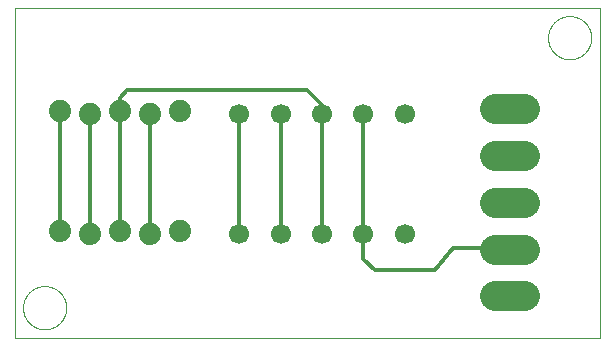
<source format=gtl>
G75*
%MOIN*%
%OFA0B0*%
%FSLAX25Y25*%
%IPPOS*%
%LPD*%
%AMOC8*
5,1,8,0,0,1.08239X$1,22.5*
%
%ADD10C,0.00000*%
%ADD11C,0.10039*%
%ADD12C,0.07400*%
%ADD13C,0.06693*%
%ADD14C,0.01200*%
D10*
X0001500Y0003333D02*
X0001500Y0113333D01*
X0196500Y0113333D01*
X0196500Y0003333D01*
X0001500Y0003333D01*
X0004300Y0013333D02*
X0004302Y0013510D01*
X0004309Y0013686D01*
X0004320Y0013863D01*
X0004335Y0014039D01*
X0004354Y0014214D01*
X0004378Y0014389D01*
X0004406Y0014564D01*
X0004438Y0014738D01*
X0004475Y0014911D01*
X0004516Y0015082D01*
X0004561Y0015253D01*
X0004610Y0015423D01*
X0004663Y0015592D01*
X0004721Y0015759D01*
X0004782Y0015924D01*
X0004848Y0016088D01*
X0004918Y0016251D01*
X0004991Y0016411D01*
X0005069Y0016570D01*
X0005150Y0016727D01*
X0005235Y0016882D01*
X0005324Y0017035D01*
X0005417Y0017185D01*
X0005513Y0017333D01*
X0005613Y0017479D01*
X0005717Y0017622D01*
X0005824Y0017763D01*
X0005934Y0017901D01*
X0006048Y0018036D01*
X0006165Y0018168D01*
X0006285Y0018298D01*
X0006409Y0018424D01*
X0006535Y0018548D01*
X0006665Y0018668D01*
X0006797Y0018785D01*
X0006932Y0018899D01*
X0007070Y0019009D01*
X0007211Y0019116D01*
X0007354Y0019220D01*
X0007500Y0019320D01*
X0007648Y0019416D01*
X0007798Y0019509D01*
X0007951Y0019598D01*
X0008106Y0019683D01*
X0008263Y0019764D01*
X0008422Y0019842D01*
X0008582Y0019915D01*
X0008745Y0019985D01*
X0008909Y0020051D01*
X0009074Y0020112D01*
X0009241Y0020170D01*
X0009410Y0020223D01*
X0009580Y0020272D01*
X0009751Y0020317D01*
X0009922Y0020358D01*
X0010095Y0020395D01*
X0010269Y0020427D01*
X0010444Y0020455D01*
X0010619Y0020479D01*
X0010794Y0020498D01*
X0010970Y0020513D01*
X0011147Y0020524D01*
X0011323Y0020531D01*
X0011500Y0020533D01*
X0011677Y0020531D01*
X0011853Y0020524D01*
X0012030Y0020513D01*
X0012206Y0020498D01*
X0012381Y0020479D01*
X0012556Y0020455D01*
X0012731Y0020427D01*
X0012905Y0020395D01*
X0013078Y0020358D01*
X0013249Y0020317D01*
X0013420Y0020272D01*
X0013590Y0020223D01*
X0013759Y0020170D01*
X0013926Y0020112D01*
X0014091Y0020051D01*
X0014255Y0019985D01*
X0014418Y0019915D01*
X0014578Y0019842D01*
X0014737Y0019764D01*
X0014894Y0019683D01*
X0015049Y0019598D01*
X0015202Y0019509D01*
X0015352Y0019416D01*
X0015500Y0019320D01*
X0015646Y0019220D01*
X0015789Y0019116D01*
X0015930Y0019009D01*
X0016068Y0018899D01*
X0016203Y0018785D01*
X0016335Y0018668D01*
X0016465Y0018548D01*
X0016591Y0018424D01*
X0016715Y0018298D01*
X0016835Y0018168D01*
X0016952Y0018036D01*
X0017066Y0017901D01*
X0017176Y0017763D01*
X0017283Y0017622D01*
X0017387Y0017479D01*
X0017487Y0017333D01*
X0017583Y0017185D01*
X0017676Y0017035D01*
X0017765Y0016882D01*
X0017850Y0016727D01*
X0017931Y0016570D01*
X0018009Y0016411D01*
X0018082Y0016251D01*
X0018152Y0016088D01*
X0018218Y0015924D01*
X0018279Y0015759D01*
X0018337Y0015592D01*
X0018390Y0015423D01*
X0018439Y0015253D01*
X0018484Y0015082D01*
X0018525Y0014911D01*
X0018562Y0014738D01*
X0018594Y0014564D01*
X0018622Y0014389D01*
X0018646Y0014214D01*
X0018665Y0014039D01*
X0018680Y0013863D01*
X0018691Y0013686D01*
X0018698Y0013510D01*
X0018700Y0013333D01*
X0018698Y0013156D01*
X0018691Y0012980D01*
X0018680Y0012803D01*
X0018665Y0012627D01*
X0018646Y0012452D01*
X0018622Y0012277D01*
X0018594Y0012102D01*
X0018562Y0011928D01*
X0018525Y0011755D01*
X0018484Y0011584D01*
X0018439Y0011413D01*
X0018390Y0011243D01*
X0018337Y0011074D01*
X0018279Y0010907D01*
X0018218Y0010742D01*
X0018152Y0010578D01*
X0018082Y0010415D01*
X0018009Y0010255D01*
X0017931Y0010096D01*
X0017850Y0009939D01*
X0017765Y0009784D01*
X0017676Y0009631D01*
X0017583Y0009481D01*
X0017487Y0009333D01*
X0017387Y0009187D01*
X0017283Y0009044D01*
X0017176Y0008903D01*
X0017066Y0008765D01*
X0016952Y0008630D01*
X0016835Y0008498D01*
X0016715Y0008368D01*
X0016591Y0008242D01*
X0016465Y0008118D01*
X0016335Y0007998D01*
X0016203Y0007881D01*
X0016068Y0007767D01*
X0015930Y0007657D01*
X0015789Y0007550D01*
X0015646Y0007446D01*
X0015500Y0007346D01*
X0015352Y0007250D01*
X0015202Y0007157D01*
X0015049Y0007068D01*
X0014894Y0006983D01*
X0014737Y0006902D01*
X0014578Y0006824D01*
X0014418Y0006751D01*
X0014255Y0006681D01*
X0014091Y0006615D01*
X0013926Y0006554D01*
X0013759Y0006496D01*
X0013590Y0006443D01*
X0013420Y0006394D01*
X0013249Y0006349D01*
X0013078Y0006308D01*
X0012905Y0006271D01*
X0012731Y0006239D01*
X0012556Y0006211D01*
X0012381Y0006187D01*
X0012206Y0006168D01*
X0012030Y0006153D01*
X0011853Y0006142D01*
X0011677Y0006135D01*
X0011500Y0006133D01*
X0011323Y0006135D01*
X0011147Y0006142D01*
X0010970Y0006153D01*
X0010794Y0006168D01*
X0010619Y0006187D01*
X0010444Y0006211D01*
X0010269Y0006239D01*
X0010095Y0006271D01*
X0009922Y0006308D01*
X0009751Y0006349D01*
X0009580Y0006394D01*
X0009410Y0006443D01*
X0009241Y0006496D01*
X0009074Y0006554D01*
X0008909Y0006615D01*
X0008745Y0006681D01*
X0008582Y0006751D01*
X0008422Y0006824D01*
X0008263Y0006902D01*
X0008106Y0006983D01*
X0007951Y0007068D01*
X0007798Y0007157D01*
X0007648Y0007250D01*
X0007500Y0007346D01*
X0007354Y0007446D01*
X0007211Y0007550D01*
X0007070Y0007657D01*
X0006932Y0007767D01*
X0006797Y0007881D01*
X0006665Y0007998D01*
X0006535Y0008118D01*
X0006409Y0008242D01*
X0006285Y0008368D01*
X0006165Y0008498D01*
X0006048Y0008630D01*
X0005934Y0008765D01*
X0005824Y0008903D01*
X0005717Y0009044D01*
X0005613Y0009187D01*
X0005513Y0009333D01*
X0005417Y0009481D01*
X0005324Y0009631D01*
X0005235Y0009784D01*
X0005150Y0009939D01*
X0005069Y0010096D01*
X0004991Y0010255D01*
X0004918Y0010415D01*
X0004848Y0010578D01*
X0004782Y0010742D01*
X0004721Y0010907D01*
X0004663Y0011074D01*
X0004610Y0011243D01*
X0004561Y0011413D01*
X0004516Y0011584D01*
X0004475Y0011755D01*
X0004438Y0011928D01*
X0004406Y0012102D01*
X0004378Y0012277D01*
X0004354Y0012452D01*
X0004335Y0012627D01*
X0004320Y0012803D01*
X0004309Y0012980D01*
X0004302Y0013156D01*
X0004300Y0013333D01*
X0179300Y0103333D02*
X0179302Y0103510D01*
X0179309Y0103686D01*
X0179320Y0103863D01*
X0179335Y0104039D01*
X0179354Y0104214D01*
X0179378Y0104389D01*
X0179406Y0104564D01*
X0179438Y0104738D01*
X0179475Y0104911D01*
X0179516Y0105082D01*
X0179561Y0105253D01*
X0179610Y0105423D01*
X0179663Y0105592D01*
X0179721Y0105759D01*
X0179782Y0105924D01*
X0179848Y0106088D01*
X0179918Y0106251D01*
X0179991Y0106411D01*
X0180069Y0106570D01*
X0180150Y0106727D01*
X0180235Y0106882D01*
X0180324Y0107035D01*
X0180417Y0107185D01*
X0180513Y0107333D01*
X0180613Y0107479D01*
X0180717Y0107622D01*
X0180824Y0107763D01*
X0180934Y0107901D01*
X0181048Y0108036D01*
X0181165Y0108168D01*
X0181285Y0108298D01*
X0181409Y0108424D01*
X0181535Y0108548D01*
X0181665Y0108668D01*
X0181797Y0108785D01*
X0181932Y0108899D01*
X0182070Y0109009D01*
X0182211Y0109116D01*
X0182354Y0109220D01*
X0182500Y0109320D01*
X0182648Y0109416D01*
X0182798Y0109509D01*
X0182951Y0109598D01*
X0183106Y0109683D01*
X0183263Y0109764D01*
X0183422Y0109842D01*
X0183582Y0109915D01*
X0183745Y0109985D01*
X0183909Y0110051D01*
X0184074Y0110112D01*
X0184241Y0110170D01*
X0184410Y0110223D01*
X0184580Y0110272D01*
X0184751Y0110317D01*
X0184922Y0110358D01*
X0185095Y0110395D01*
X0185269Y0110427D01*
X0185444Y0110455D01*
X0185619Y0110479D01*
X0185794Y0110498D01*
X0185970Y0110513D01*
X0186147Y0110524D01*
X0186323Y0110531D01*
X0186500Y0110533D01*
X0186677Y0110531D01*
X0186853Y0110524D01*
X0187030Y0110513D01*
X0187206Y0110498D01*
X0187381Y0110479D01*
X0187556Y0110455D01*
X0187731Y0110427D01*
X0187905Y0110395D01*
X0188078Y0110358D01*
X0188249Y0110317D01*
X0188420Y0110272D01*
X0188590Y0110223D01*
X0188759Y0110170D01*
X0188926Y0110112D01*
X0189091Y0110051D01*
X0189255Y0109985D01*
X0189418Y0109915D01*
X0189578Y0109842D01*
X0189737Y0109764D01*
X0189894Y0109683D01*
X0190049Y0109598D01*
X0190202Y0109509D01*
X0190352Y0109416D01*
X0190500Y0109320D01*
X0190646Y0109220D01*
X0190789Y0109116D01*
X0190930Y0109009D01*
X0191068Y0108899D01*
X0191203Y0108785D01*
X0191335Y0108668D01*
X0191465Y0108548D01*
X0191591Y0108424D01*
X0191715Y0108298D01*
X0191835Y0108168D01*
X0191952Y0108036D01*
X0192066Y0107901D01*
X0192176Y0107763D01*
X0192283Y0107622D01*
X0192387Y0107479D01*
X0192487Y0107333D01*
X0192583Y0107185D01*
X0192676Y0107035D01*
X0192765Y0106882D01*
X0192850Y0106727D01*
X0192931Y0106570D01*
X0193009Y0106411D01*
X0193082Y0106251D01*
X0193152Y0106088D01*
X0193218Y0105924D01*
X0193279Y0105759D01*
X0193337Y0105592D01*
X0193390Y0105423D01*
X0193439Y0105253D01*
X0193484Y0105082D01*
X0193525Y0104911D01*
X0193562Y0104738D01*
X0193594Y0104564D01*
X0193622Y0104389D01*
X0193646Y0104214D01*
X0193665Y0104039D01*
X0193680Y0103863D01*
X0193691Y0103686D01*
X0193698Y0103510D01*
X0193700Y0103333D01*
X0193698Y0103156D01*
X0193691Y0102980D01*
X0193680Y0102803D01*
X0193665Y0102627D01*
X0193646Y0102452D01*
X0193622Y0102277D01*
X0193594Y0102102D01*
X0193562Y0101928D01*
X0193525Y0101755D01*
X0193484Y0101584D01*
X0193439Y0101413D01*
X0193390Y0101243D01*
X0193337Y0101074D01*
X0193279Y0100907D01*
X0193218Y0100742D01*
X0193152Y0100578D01*
X0193082Y0100415D01*
X0193009Y0100255D01*
X0192931Y0100096D01*
X0192850Y0099939D01*
X0192765Y0099784D01*
X0192676Y0099631D01*
X0192583Y0099481D01*
X0192487Y0099333D01*
X0192387Y0099187D01*
X0192283Y0099044D01*
X0192176Y0098903D01*
X0192066Y0098765D01*
X0191952Y0098630D01*
X0191835Y0098498D01*
X0191715Y0098368D01*
X0191591Y0098242D01*
X0191465Y0098118D01*
X0191335Y0097998D01*
X0191203Y0097881D01*
X0191068Y0097767D01*
X0190930Y0097657D01*
X0190789Y0097550D01*
X0190646Y0097446D01*
X0190500Y0097346D01*
X0190352Y0097250D01*
X0190202Y0097157D01*
X0190049Y0097068D01*
X0189894Y0096983D01*
X0189737Y0096902D01*
X0189578Y0096824D01*
X0189418Y0096751D01*
X0189255Y0096681D01*
X0189091Y0096615D01*
X0188926Y0096554D01*
X0188759Y0096496D01*
X0188590Y0096443D01*
X0188420Y0096394D01*
X0188249Y0096349D01*
X0188078Y0096308D01*
X0187905Y0096271D01*
X0187731Y0096239D01*
X0187556Y0096211D01*
X0187381Y0096187D01*
X0187206Y0096168D01*
X0187030Y0096153D01*
X0186853Y0096142D01*
X0186677Y0096135D01*
X0186500Y0096133D01*
X0186323Y0096135D01*
X0186147Y0096142D01*
X0185970Y0096153D01*
X0185794Y0096168D01*
X0185619Y0096187D01*
X0185444Y0096211D01*
X0185269Y0096239D01*
X0185095Y0096271D01*
X0184922Y0096308D01*
X0184751Y0096349D01*
X0184580Y0096394D01*
X0184410Y0096443D01*
X0184241Y0096496D01*
X0184074Y0096554D01*
X0183909Y0096615D01*
X0183745Y0096681D01*
X0183582Y0096751D01*
X0183422Y0096824D01*
X0183263Y0096902D01*
X0183106Y0096983D01*
X0182951Y0097068D01*
X0182798Y0097157D01*
X0182648Y0097250D01*
X0182500Y0097346D01*
X0182354Y0097446D01*
X0182211Y0097550D01*
X0182070Y0097657D01*
X0181932Y0097767D01*
X0181797Y0097881D01*
X0181665Y0097998D01*
X0181535Y0098118D01*
X0181409Y0098242D01*
X0181285Y0098368D01*
X0181165Y0098498D01*
X0181048Y0098630D01*
X0180934Y0098765D01*
X0180824Y0098903D01*
X0180717Y0099044D01*
X0180613Y0099187D01*
X0180513Y0099333D01*
X0180417Y0099481D01*
X0180324Y0099631D01*
X0180235Y0099784D01*
X0180150Y0099939D01*
X0180069Y0100096D01*
X0179991Y0100255D01*
X0179918Y0100415D01*
X0179848Y0100578D01*
X0179782Y0100742D01*
X0179721Y0100907D01*
X0179663Y0101074D01*
X0179610Y0101243D01*
X0179561Y0101413D01*
X0179516Y0101584D01*
X0179475Y0101755D01*
X0179438Y0101928D01*
X0179406Y0102102D01*
X0179378Y0102277D01*
X0179354Y0102452D01*
X0179335Y0102627D01*
X0179320Y0102803D01*
X0179309Y0102980D01*
X0179302Y0103156D01*
X0179300Y0103333D01*
D11*
X0171520Y0079514D02*
X0161480Y0079514D01*
X0161480Y0063924D02*
X0171520Y0063924D01*
X0171520Y0048333D02*
X0161480Y0048333D01*
X0161480Y0032743D02*
X0171520Y0032743D01*
X0171520Y0017152D02*
X0161480Y0017152D01*
D12*
X0056500Y0038833D03*
X0046500Y0037833D03*
X0036500Y0038833D03*
X0026500Y0037833D03*
X0016500Y0038833D03*
X0026500Y0077833D03*
X0016500Y0078833D03*
X0036500Y0078833D03*
X0046500Y0077833D03*
X0056500Y0078833D03*
D13*
X0076441Y0077940D03*
X0090220Y0077940D03*
X0104000Y0077940D03*
X0117780Y0077940D03*
X0131559Y0077940D03*
X0131559Y0037940D03*
X0117780Y0037940D03*
X0104000Y0037940D03*
X0090220Y0037940D03*
X0076441Y0037940D03*
D14*
X0076441Y0077940D01*
X0090220Y0077940D02*
X0090220Y0037940D01*
X0104000Y0037940D02*
X0104000Y0077940D01*
X0104000Y0080833D01*
X0099000Y0085833D01*
X0039000Y0085833D01*
X0036500Y0083333D01*
X0036500Y0078833D01*
X0036500Y0038833D01*
X0026500Y0037833D02*
X0026500Y0077833D01*
X0016500Y0078833D02*
X0016500Y0038833D01*
X0046500Y0037833D02*
X0046500Y0077833D01*
X0117780Y0077940D02*
X0117780Y0037940D01*
X0117780Y0029554D01*
X0121500Y0025833D01*
X0141500Y0025833D01*
X0147750Y0033333D01*
X0165909Y0033333D01*
X0166500Y0032743D01*
M02*

</source>
